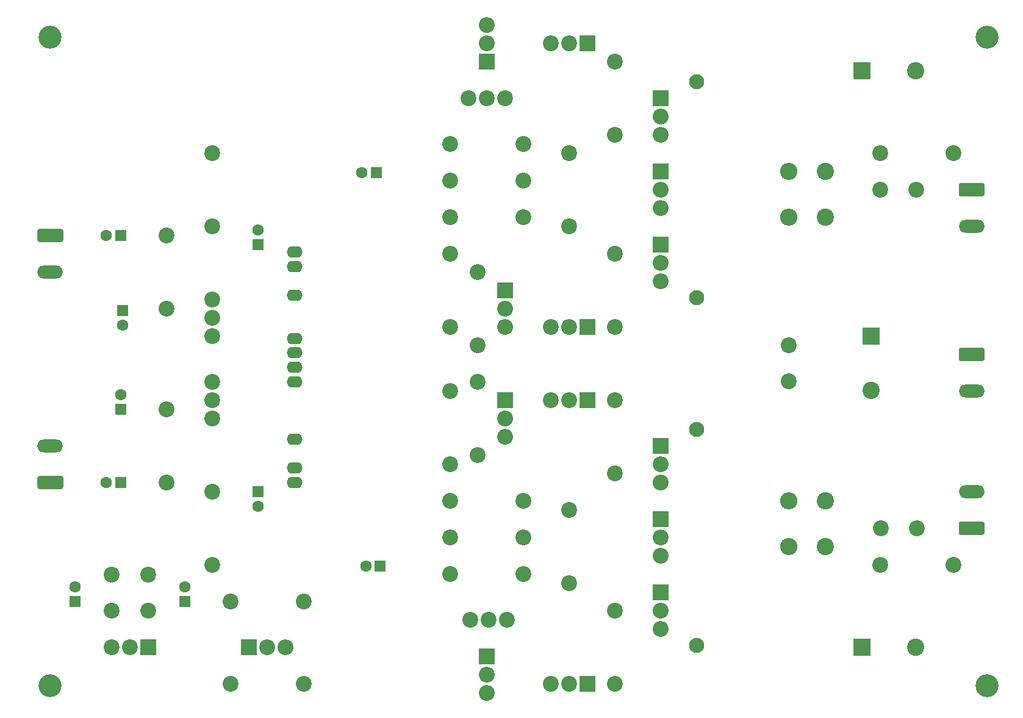
<source format=gbs>
G04 #@! TF.GenerationSoftware,KiCad,Pcbnew,5.1.8+dfsg1-1~bpo10+1*
G04 #@! TF.CreationDate,2020-11-20T15:53:06+09:00*
G04 #@! TF.ProjectId,nutubeAMP,6e757475-6265-4414-9d50-2e6b69636164,1*
G04 #@! TF.SameCoordinates,Original*
G04 #@! TF.FileFunction,Soldermask,Bot*
G04 #@! TF.FilePolarity,Negative*
%FSLAX46Y46*%
G04 Gerber Fmt 4.6, Leading zero omitted, Abs format (unit mm)*
G04 Created by KiCad (PCBNEW 5.1.8+dfsg1-1~bpo10+1) date 2020-11-20 15:53:06*
%MOMM*%
%LPD*%
G01*
G04 APERTURE LIST*
%ADD10C,2.200000*%
%ADD11O,2.200000X1.600000*%
%ADD12R,2.200000X2.200000*%
%ADD13O,2.200000X2.200000*%
%ADD14R,1.600000X1.600000*%
%ADD15C,1.600000*%
%ADD16R,2.400000X2.400000*%
%ADD17C,2.400000*%
%ADD18C,3.200000*%
%ADD19O,3.600000X1.800000*%
%ADD20O,2.400000X2.400000*%
%ADD21C,2.100000*%
G04 APERTURE END LIST*
D10*
X120650000Y-74930000D03*
X110490000Y-74930000D03*
D11*
X88900000Y-96840000D03*
X88900000Y-84840000D03*
X88900000Y-86840000D03*
X88900000Y-90840000D03*
X88900000Y-98840000D03*
X88900000Y-100840000D03*
X88900000Y-102840000D03*
X88900000Y-110840000D03*
X88900000Y-114840000D03*
X88900000Y-116840000D03*
D10*
X110490000Y-114300000D03*
X110490000Y-104140000D03*
D12*
X115570000Y-140970000D03*
D13*
X115570000Y-146050000D03*
X115570000Y-143510000D03*
D12*
X118110000Y-105410000D03*
D13*
X118110000Y-110490000D03*
X118110000Y-107950000D03*
X115570000Y-55880000D03*
X115570000Y-53340000D03*
D12*
X115570000Y-58420000D03*
D13*
X118110000Y-92710000D03*
X118110000Y-95250000D03*
D12*
X118110000Y-90170000D03*
D10*
X157480000Y-97790000D03*
X157480000Y-102790000D03*
D14*
X64770000Y-82550000D03*
D15*
X62770000Y-82550000D03*
D14*
X64770000Y-116840000D03*
D15*
X62770000Y-116840000D03*
X65000000Y-95000000D03*
D14*
X65000000Y-93000000D03*
D15*
X64770000Y-104680000D03*
D14*
X64770000Y-106680000D03*
D16*
X168910000Y-96520000D03*
D17*
X168910000Y-104020000D03*
D14*
X83820000Y-83820000D03*
D15*
X83820000Y-81820000D03*
X58420000Y-131350000D03*
D14*
X58420000Y-133350000D03*
D10*
X63500000Y-129620000D03*
X63500000Y-134620000D03*
D15*
X83820000Y-120110000D03*
D14*
X83820000Y-118110000D03*
D10*
X68580000Y-129620000D03*
X68580000Y-134620000D03*
D14*
X73660000Y-133350000D03*
D15*
X73660000Y-131350000D03*
D17*
X175140000Y-59690000D03*
D16*
X167640000Y-59690000D03*
D17*
X175140000Y-139700000D03*
D16*
X167640000Y-139700000D03*
D10*
X175180000Y-76200000D03*
X170180000Y-76200000D03*
X170260000Y-123190000D03*
X175260000Y-123190000D03*
D18*
X55000000Y-55000000D03*
X55000000Y-145000000D03*
X185000000Y-55000000D03*
X185000000Y-145000000D03*
G36*
G01*
X181330000Y-98160000D02*
X184430000Y-98160000D01*
G75*
G02*
X184680000Y-98410000I0J-250000D01*
G01*
X184680000Y-99710000D01*
G75*
G02*
X184430000Y-99960000I-250000J0D01*
G01*
X181330000Y-99960000D01*
G75*
G02*
X181080000Y-99710000I0J250000D01*
G01*
X181080000Y-98410000D01*
G75*
G02*
X181330000Y-98160000I250000J0D01*
G01*
G37*
D19*
X182880000Y-104140000D03*
X55000000Y-87630000D03*
G36*
G01*
X53450000Y-81650000D02*
X56550000Y-81650000D01*
G75*
G02*
X56800000Y-81900000I0J-250000D01*
G01*
X56800000Y-83200000D01*
G75*
G02*
X56550000Y-83450000I-250000J0D01*
G01*
X53450000Y-83450000D01*
G75*
G02*
X53200000Y-83200000I0J250000D01*
G01*
X53200000Y-81900000D01*
G75*
G02*
X53450000Y-81650000I250000J0D01*
G01*
G37*
G36*
G01*
X56550000Y-117740000D02*
X53450000Y-117740000D01*
G75*
G02*
X53200000Y-117490000I0J250000D01*
G01*
X53200000Y-116190000D01*
G75*
G02*
X53450000Y-115940000I250000J0D01*
G01*
X56550000Y-115940000D01*
G75*
G02*
X56800000Y-116190000I0J-250000D01*
G01*
X56800000Y-117490000D01*
G75*
G02*
X56550000Y-117740000I-250000J0D01*
G01*
G37*
X55000000Y-111760000D03*
X182880000Y-81280000D03*
G36*
G01*
X181330000Y-75300000D02*
X184430000Y-75300000D01*
G75*
G02*
X184680000Y-75550000I0J-250000D01*
G01*
X184680000Y-76850000D01*
G75*
G02*
X184430000Y-77100000I-250000J0D01*
G01*
X181330000Y-77100000D01*
G75*
G02*
X181080000Y-76850000I0J250000D01*
G01*
X181080000Y-75550000D01*
G75*
G02*
X181330000Y-75300000I250000J0D01*
G01*
G37*
G36*
G01*
X184430000Y-124090000D02*
X181330000Y-124090000D01*
G75*
G02*
X181080000Y-123840000I0J250000D01*
G01*
X181080000Y-122540000D01*
G75*
G02*
X181330000Y-122290000I250000J0D01*
G01*
X184430000Y-122290000D01*
G75*
G02*
X184680000Y-122540000I0J-250000D01*
G01*
X184680000Y-123840000D01*
G75*
G02*
X184430000Y-124090000I-250000J0D01*
G01*
G37*
X182880000Y-118110000D03*
D13*
X139700000Y-78740000D03*
X139700000Y-76200000D03*
D12*
X139700000Y-73660000D03*
D13*
X139700000Y-127000000D03*
X139700000Y-124460000D03*
D12*
X139700000Y-121920000D03*
D10*
X127000000Y-55880000D03*
X124460000Y-55880000D03*
D12*
X129540000Y-55880000D03*
D10*
X127000000Y-95250000D03*
X124460000Y-95250000D03*
D12*
X129540000Y-95250000D03*
X129540000Y-144780000D03*
D10*
X124460000Y-144780000D03*
X127000000Y-144780000D03*
D12*
X129540000Y-105410000D03*
D10*
X124460000Y-105410000D03*
X127000000Y-105410000D03*
D13*
X139700000Y-68580000D03*
X139700000Y-66040000D03*
D12*
X139700000Y-63500000D03*
X139700000Y-83820000D03*
D13*
X139700000Y-86360000D03*
X139700000Y-88900000D03*
D12*
X139700000Y-132080000D03*
D13*
X139700000Y-134620000D03*
X139700000Y-137160000D03*
D12*
X139700000Y-111760000D03*
D13*
X139700000Y-114300000D03*
X139700000Y-116840000D03*
D10*
X71120000Y-92710000D03*
X71120000Y-82550000D03*
X71120000Y-116840000D03*
X71120000Y-106680000D03*
X90170000Y-133350000D03*
X80010000Y-133350000D03*
X80010000Y-144780000D03*
X90170000Y-144780000D03*
X110490000Y-95250000D03*
X110490000Y-85090000D03*
X77470000Y-81280000D03*
X77470000Y-71120000D03*
X77470000Y-118110000D03*
X77470000Y-128270000D03*
X120650000Y-69850000D03*
X110490000Y-69850000D03*
X120650000Y-129540000D03*
X110490000Y-129540000D03*
X110490000Y-80010000D03*
X120650000Y-80010000D03*
X120650000Y-124460000D03*
X110490000Y-124460000D03*
X110490000Y-119380000D03*
X120650000Y-119380000D03*
X114300000Y-97790000D03*
X114300000Y-87630000D03*
X114300000Y-102870000D03*
X114300000Y-113030000D03*
X127000000Y-71120000D03*
X127000000Y-81280000D03*
X127000000Y-130810000D03*
X127000000Y-120650000D03*
X133350000Y-68580000D03*
X133350000Y-58420000D03*
X133350000Y-144780000D03*
X133350000Y-134620000D03*
X133350000Y-95250000D03*
X133350000Y-85090000D03*
X133350000Y-115570000D03*
X133350000Y-105410000D03*
D20*
X157480000Y-73660000D03*
D17*
X162560000Y-73660000D03*
X162560000Y-80010000D03*
D20*
X157480000Y-80010000D03*
D17*
X162560000Y-125730000D03*
D20*
X157480000Y-125730000D03*
X157480000Y-119380000D03*
D17*
X162560000Y-119380000D03*
D10*
X170180000Y-71120000D03*
X180340000Y-71120000D03*
X170180000Y-128270000D03*
X180340000Y-128270000D03*
X77470000Y-96520000D03*
X77470000Y-93980000D03*
X77470000Y-91440000D03*
X77470000Y-102870000D03*
X77470000Y-105410000D03*
X77470000Y-107950000D03*
X113030000Y-63500000D03*
X115570000Y-63500000D03*
X118110000Y-63500000D03*
X113284000Y-135890000D03*
X115824000Y-135890000D03*
X118364000Y-135890000D03*
X66040000Y-139700000D03*
X63500000Y-139700000D03*
D12*
X68580000Y-139700000D03*
D21*
X144667000Y-61200000D03*
X144667000Y-91200000D03*
X144667000Y-109460000D03*
X144667000Y-139460000D03*
D15*
X98260000Y-73800000D03*
D14*
X100260000Y-73800000D03*
X100800000Y-128410000D03*
D15*
X98800000Y-128410000D03*
D12*
X82550000Y-139700000D03*
D13*
X85090000Y-139700000D03*
X87630000Y-139700000D03*
M02*

</source>
